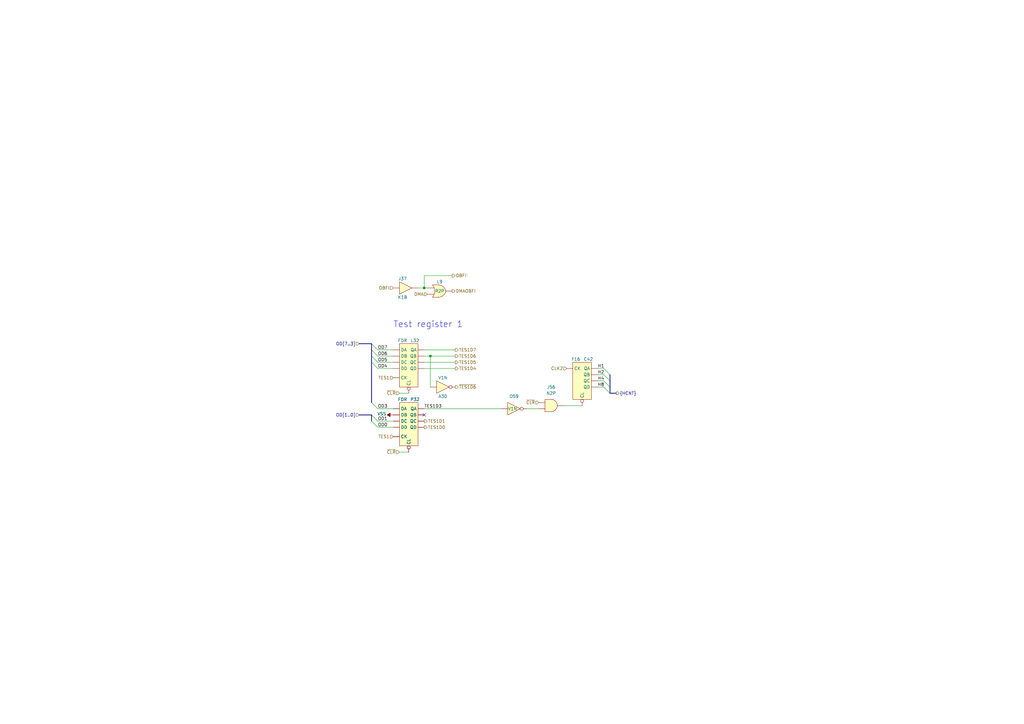
<source format=kicad_sch>
(kicad_sch (version 20230121) (generator eeschema)
  (paper "A3")
  (title_block (title "Konami 007783") (date "2023-10-10"))
  (lib_symbols
    (symbol "ga_fujitsu_av:C42"
      (property "Reference" "U" (at 2.54 8.89 0))
      (property "Value" "C42" (at -2.54 8.89 0))
      (symbol "C42_1_1"
        (rectangle (start -3.81 7.62) (end 3.81 -7.62) (fill (type background)))
        (pin input line (at -6.35 5.08 0) (length 2.54) (name "CK") (number ""))
        (pin input inverted (at 0 -10.16 90) (length 2.54) (name "CL") (number ""))
        (pin output line (at 6.35 5.08 180) (length 2.54) (name "QA") (number ""))
        (pin output line (at 6.35 2.54 180) (length 2.54) (name "QB") (number ""))
        (pin output line (at 6.35 0 180) (length 2.54) (name "QC") (number ""))
        (pin output line (at 6.35 -2.54 180) (length 2.54) (name "QD") (number ""))
      )
    )
    (symbol "ga_fujitsu_av:FDR"
      (property "Reference" "U" (at 2.54 10.16 0))
      (property "Value" "FDR" (at -2.54 10.16 0))
      (symbol "FDR_1_1"
        (rectangle (start -3.81 8.89) (end 3.81 -8.89) (fill (type background)))
        (pin input line (at -6.35 -5.08 0) (length 2.54) (name "CK") (number ""))
        (pin input inverted (at 0 -11.43 90) (length 2.54) (name "CL") (number ""))
        (pin input line (at -6.35 6.35 0) (length 2.54) (name "DA") (number ""))
        (pin input line (at -6.35 3.81 0) (length 2.54) (name "DB") (number ""))
        (pin input line (at -6.35 1.27 0) (length 2.54) (name "DC") (number ""))
        (pin input line (at -6.35 -1.27 0) (length 2.54) (name "DD") (number ""))
        (pin output line (at 6.35 6.35 180) (length 2.54) (name "QA") (number ""))
        (pin output line (at 6.35 3.81 180) (length 2.54) (name "QB") (number ""))
        (pin output line (at 6.35 1.27 180) (length 2.54) (name "QC") (number ""))
        (pin output line (at 6.35 -1.27 180) (length 2.54) (name "QD") (number ""))
      )
    )
    (symbol "ga_fujitsu_av:K1B"
      (property "Reference" "U" (at -1.27 3.81 0))
      (property "Value" "K1B" (at -0.6412 -0.0298 0))
      (symbol "K1B_1_1"
        (polyline (pts (xy -2.54 2.54) (xy -2.54 -2.54) (xy 2.54 0) (xy -2.54 2.54)) (fill (type background)))
        (pin input line (at -5.08 0 0) (length 2.54) (name "") (number ""))
        (pin output line (at 5.08 0 180) (length 2.54) (name "") (number ""))
      )
    )
    (symbol "ga_fujitsu_av:N2P"
      (property "Reference" "U" (at 0 3.81 0))
      (property "Value" "N2P" (at 0 0 0))
      (symbol "N2P_1_1"
        (arc (start 0 -2.54) (mid 1.7263 -1.7263) (end 2.54 0) (fill (type background)))
        (polyline (pts (xy 0 2.54) (xy -2.54 2.54) (xy -2.54 -2.54) (xy 0 -2.54)) (fill (type background)))
        (arc (start 2.54 0) (mid 1.7961 1.7961) (end 0 2.54) (fill (type background)))
        (pin input line (at -5.08 -1.27 0) (length 2.54) (name "") (number ""))
        (pin input line (at -5.08 1.27 0) (length 2.54) (name "") (number ""))
        (pin output line (at 5.08 0 180) (length 2.54) (name "") (number ""))
      )
    )
    (symbol "ga_fujitsu_av:R2P"
      (property "Reference" "U" (at 0 3.81 0))
      (property "Value" "R2P" (at 0 0 0))
      (symbol "R2P_1_1"
        (arc (start -2.9127 -2.5398) (mid -2.0762 0.0001) (end -2.9129 2.54))
        (arc (start -0.635 -2.54) (mid 1.3992 -1.8283) (end 2.54 0) (fill (type background)))
        (polyline (pts (xy -0.635 -2.54) (xy -2.921 -2.54)) (fill (type outline)))
        (polyline (pts (xy -0.635 2.54) (xy -2.921 2.54)) (fill (type background)))
        (polyline (pts (xy -0.635 2.54) (xy -2.921 2.54) (xy -2.54 1.905) (xy -2.286 1.27) (xy -2.159 0.762) (xy -2.1082 0.4572) (xy -2.0828 0.1778) (xy -2.0828 -0.127) (xy -2.1336 -0.6604) (xy -2.2098 -1.016) (xy -2.3114 -1.3716) (xy -2.4384 -1.6764) (xy -2.6162 -2.0574) (xy -2.794 -2.3368) (xy -2.921 -2.54) (xy -0.635 -2.54)) (stroke (width -0.0001)) (fill (type background)))
        (arc (start 2.54 0) (mid 1.3994 1.8287) (end -0.635 2.54) (fill (type background)))
        (pin input line (at -5.08 -1.27 0) (length 2.794) (name "") (number ""))
        (pin input line (at -5.08 1.27 0) (length 2.794) (name "") (number ""))
        (pin output line (at 5.08 0 180) (length 2.54) (name "") (number ""))
      )
    )
    (symbol "ga_fujitsu_av:V1N"
      (property "Reference" "U" (at 0 2.54 0))
      (property "Value" "V1N" (at 0 -3.81 0))
      (symbol "V1N_1_1"
        (polyline (pts (xy -2.54 2.54) (xy -2.54 -2.54) (xy 2.54 0) (xy -2.54 2.54)) (fill (type background)))
        (pin input line (at -5.08 0 0) (length 2.54) (name "") (number ""))
        (pin output inverted (at 5.08 0 180) (length 2.54) (name "") (number ""))
      )
    )
    (symbol "power:VSS" (power) (pin_names (offset 0))
      (property "Value" "VSS" (at 0 3.81 0))
      (symbol "VSS_0_1"
        (polyline (pts (xy 0 0) (xy 0 2.54)))
        (polyline (pts (xy 0.762 1.27) (xy -0.762 1.27) (xy 0 2.54) (xy 0.762 1.27)) (fill (type outline)))
      )
      (symbol "VSS_1_1"
        (pin power_in line (at 0 0 90) (length 0) hide (name "VSS") (number "1"))
      )
    )
  )
  (bus_alias "HCNT" (members "H1" "H2" "H4" "H8"))
  (junction (at 176.53 146.05))
  (junction (at 173.99 118.11))
  (no_connect (at 173.99 170.18))
  (bus_entry (at 152.4 146.05) (size 2.54 2.54))
  (bus_entry (at 247.65 156.21) (size 2.54 2.54))
  (bus_entry (at 152.4 148.59) (size 2.54 2.54))
  (bus_entry (at 152.4 143.51) (size 2.54 2.54))
  (bus_entry (at 152.4 172.72) (size 2.54 2.54))
  (bus_entry (at 247.65 158.75) (size 2.54 2.54))
  (bus_entry (at 152.4 165.1) (size 2.54 2.54))
  (bus_entry (at 152.4 140.97) (size 2.54 2.54))
  (bus_entry (at 247.65 153.67) (size 2.54 2.54))
  (bus_entry (at 247.65 151.13) (size 2.54 2.54))
  (bus_entry (at 152.4 170.18) (size 2.54 2.54))
  (wire (pts (xy 245.11 158.75) (xy 247.65 158.75)))
  (bus (pts (xy 152.4 165.1) (xy 152.4 148.59)))
  (bus (pts (xy 152.4 143.51) (xy 152.4 140.97)))
  (wire (pts (xy 154.94 151.13) (xy 161.29 151.13)))
  (bus (pts (xy 152.4 146.05) (xy 152.4 143.51)))
  (bus (pts (xy 147.32 170.18) (xy 152.4 170.18)))
  (wire (pts (xy 245.11 151.13) (xy 247.65 151.13)))
  (bus (pts (xy 250.19 161.29) (xy 252.73 161.29)))
  (wire (pts (xy 171.45 118.11) (xy 173.99 118.11)))
  (wire (pts (xy 245.11 156.21) (xy 247.65 156.21)))
  (wire (pts (xy 154.94 148.59) (xy 161.29 148.59)))
  (bus (pts (xy 250.19 153.67) (xy 250.19 156.21)))
  (wire (pts (xy 186.69 143.51) (xy 173.99 143.51)))
  (wire (pts (xy 186.69 146.05) (xy 176.53 146.05)))
  (wire (pts (xy 231.14 166.37) (xy 238.76 166.37)))
  (wire (pts (xy 176.53 146.05) (xy 173.99 146.05)))
  (bus (pts (xy 152.4 148.59) (xy 152.4 146.05)))
  (wire (pts (xy 215.9 167.64) (xy 220.98 167.64)))
  (wire (pts (xy 186.69 151.13) (xy 173.99 151.13)))
  (wire (pts (xy 173.99 167.64) (xy 205.74 167.64)))
  (bus (pts (xy 250.19 158.75) (xy 250.19 161.29)))
  (bus (pts (xy 152.4 172.72) (xy 152.4 170.18)))
  (bus (pts (xy 250.19 156.21) (xy 250.19 158.75)))
  (wire (pts (xy 173.99 113.03) (xy 173.99 118.11)))
  (wire (pts (xy 176.53 146.05) (xy 176.53 158.75)))
  (wire (pts (xy 154.94 167.64) (xy 161.29 167.64)))
  (wire (pts (xy 163.83 161.29) (xy 167.64 161.29)))
  (wire (pts (xy 163.83 185.42) (xy 167.64 185.42)))
  (bus (pts (xy 147.32 140.97) (xy 152.4 140.97)))
  (wire (pts (xy 154.94 143.51) (xy 161.29 143.51)))
  (wire (pts (xy 173.99 118.11) (xy 175.26 118.11)))
  (wire (pts (xy 245.11 153.67) (xy 247.65 153.67)))
  (wire (pts (xy 154.94 146.05) (xy 161.29 146.05)))
  (wire (pts (xy 154.94 175.26) (xy 161.29 175.26)))
  (wire (pts (xy 186.69 148.59) (xy 173.99 148.59)))
  (wire (pts (xy 154.94 172.72) (xy 161.29 172.72)))
  (wire (pts (xy 185.42 113.03) (xy 173.99 113.03)))
  (text "Test register 1" (at 161.29 134.62 0) (effects (font (size 2.54 2.54)) (justify left bottom)))
  (label "OD7" (at 154.94 143.51 0))
  (label "TES1D3" (at 173.99 167.64 0))
  (label "OD1" (at 154.94 172.72 0))
  (label "H4" (at 245.11 156.21 0))
  (label "H2" (at 245.11 153.67 0))
  (label "H1" (at 245.11 151.13 0))
  (label "OD5" (at 154.94 148.59 0))
  (label "H8" (at 245.11 158.75 0))
  (label "OD3" (at 154.94 167.64 0))
  (label "OD0" (at 154.94 175.26 0))
  (label "OD6" (at 154.94 146.05 0))
  (label "OD4" (at 154.94 151.13 0))
  (hierarchical_label "OBFI" (shape input) (at 161.29 118.11 180))
  (hierarchical_label "TES1D4" (shape output) (at 186.69 151.13 0))
  (hierarchical_label "TES1D6" (shape output) (at 186.69 146.05 0))
  (hierarchical_label "~{CLR}" (shape input) (at 220.98 165.1 180))
  (hierarchical_label "~{CLR}" (shape input) (at 163.83 185.42 180))
  (hierarchical_label "CLK2" (shape input) (at 232.41 151.13 180))
  (hierarchical_label "OBFI'" (shape output) (at 185.42 113.03 0))
  (hierarchical_label "TES1D0" (shape output) (at 173.99 175.26 0))
  (hierarchical_label "TES1D5" (shape output) (at 186.69 148.59 0))
  (hierarchical_label "TES1" (shape input) (at 161.29 179.07 180))
  (hierarchical_label "OD[1..0]" (shape input) (at 147.32 170.18 180))
  (hierarchical_label "DMAOBFI" (shape output) (at 185.42 119.38 0))
  (hierarchical_label "~{CLR}" (shape input) (at 163.83 161.29 180))
  (hierarchical_label "TES1" (shape input) (at 161.29 154.94 180))
  (hierarchical_label "~{TES1D6}" (shape output) (at 186.69 158.75 0))
  (hierarchical_label "TES1D1" (shape output) (at 173.99 172.72 0))
  (hierarchical_label "OD[7..3]" (shape input) (at 147.32 140.97 180))
  (hierarchical_label "TES1D7" (shape output) (at 186.69 143.51 0))
  (hierarchical_label "{HCNT}" (shape output) (at 252.73 161.29 0))
  (hierarchical_label "DMA" (shape input) (at 175.26 120.65 180))
  (symbol (lib_id "ga_fujitsu_av:R2P") (at 180.34 119.38 0) (unit 1)
    (property "Reference" "L9" (at 180.34 115.57 0))
    (property "Value" "R2P" (at 180.34 119.38 0))
  )
  (symbol (lib_id "ga_fujitsu_av:N2P") (at 226.06 166.37 0) (unit 1)
    (property "Reference" "J56" (at 226.06 158.75 0))
    (property "Value" "N2P" (at 226.06 161.29 0))
  )
  (symbol (lib_id "ga_fujitsu_av:V1N") (at 210.82 167.64 0) (unit 1)
    (property "Reference" "O59" (at 210.82 162.56 0))
    (property "Value" "V1N" (at 210.1909 167.6571 0))
  )
  (symbol (lib_id "ga_fujitsu_av:K1B") (at 166.37 118.11 0) (unit 1)
    (property "Reference" "J37" (at 165.1 114.3 0))
    (property "Value" "K1B" (at 165.1 121.92 0))
  )
  (symbol (lib_id "ga_fujitsu_av:V1N") (at 181.61 158.75 0) (unit 1)
    (property "Reference" "A30" (at 181.61 162.56 0))
    (property "Value" "V1N" (at 181.61 154.94 0))
  )
  (symbol (lib_id "ga_fujitsu_av:FDR") (at 167.64 149.86 0) (unit 1)
    (property "Reference" "L32" (at 170.18 139.7 0))
    (property "Value" "FDR" (at 165.1 139.7 0))
  )
  (symbol (lib_id "power:VSS") (at 161.29 170.18 90) (unit 1)
    (property "Reference" "#PWR06" (effects hide))
    (property "Value" "VSS" (at 158.4407 169.7403 90) (effects (justify left)))
  )
  (symbol (lib_id "ga_fujitsu_av:FDR") (at 167.64 173.99 0) (unit 1)
    (property "Reference" "P32" (at 170.18 163.83 0))
    (property "Value" "FDR" (at 165.1 163.83 0))
  )
  (symbol (lib_id "ga_fujitsu_av:C42") (at 238.76 156.21 0) (unit 1)
    (property "Reference" "F16" (at 236.22 147.32 0))
    (property "Value" "C42" (at 241.3 147.32 0))
  )
)
</source>
